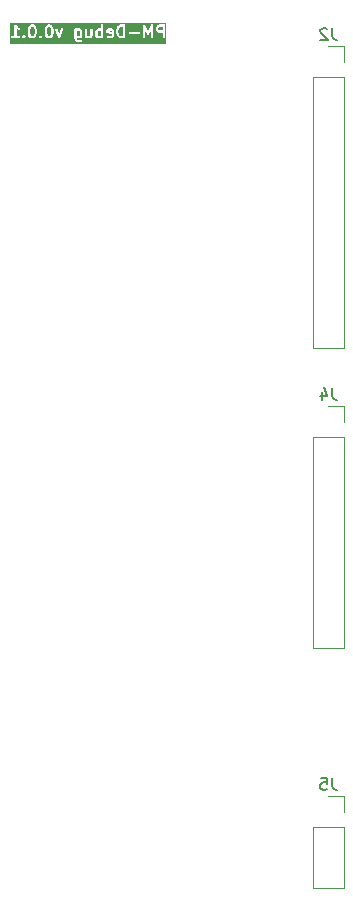
<source format=gbr>
%TF.GenerationSoftware,KiCad,Pcbnew,8.0.3-8.0.3-0~ubuntu22.04.1*%
%TF.CreationDate,2024-10-22T15:42:30+03:00*%
%TF.ProjectId,PM-Debug_v0.0.1,504d2d44-6562-4756-975f-76302e302e31,rev?*%
%TF.SameCoordinates,Original*%
%TF.FileFunction,Legend,Bot*%
%TF.FilePolarity,Positive*%
%FSLAX46Y46*%
G04 Gerber Fmt 4.6, Leading zero omitted, Abs format (unit mm)*
G04 Created by KiCad (PCBNEW 8.0.3-8.0.3-0~ubuntu22.04.1) date 2024-10-22 15:42:30*
%MOMM*%
%LPD*%
G01*
G04 APERTURE LIST*
%ADD10C,0.200000*%
%ADD11C,0.150000*%
%ADD12C,0.120000*%
%ADD13R,1.700000X1.700000*%
%ADD14O,1.700000X1.700000*%
%ADD15C,1.000000*%
%ADD16C,1.700000*%
%ADD17C,2.500000*%
%ADD18C,2.400000*%
G04 APERTURE END LIST*
D10*
G36*
X108468119Y-53252786D02*
G01*
X108493896Y-53277448D01*
X108524893Y-53337148D01*
X108526394Y-53575569D01*
X108497526Y-53635576D01*
X108472864Y-53661354D01*
X108413044Y-53692413D01*
X108269715Y-53693724D01*
X108247987Y-53683271D01*
X108246948Y-53234755D01*
X108265048Y-53225357D01*
X108408378Y-53224046D01*
X108468119Y-53252786D01*
G37*
G36*
X104563357Y-52919453D02*
G01*
X104589134Y-52944115D01*
X104624210Y-53011670D01*
X104667662Y-53179131D01*
X104669254Y-53392622D01*
X104628855Y-53560555D01*
X104592764Y-53635576D01*
X104568102Y-53661354D01*
X104507962Y-53692579D01*
X104459498Y-53693391D01*
X104400448Y-53664983D01*
X104374674Y-53640324D01*
X104339597Y-53572764D01*
X104296145Y-53405305D01*
X104294553Y-53191815D01*
X104334952Y-53023881D01*
X104371043Y-52948860D01*
X104395705Y-52923083D01*
X104455844Y-52891858D01*
X104504309Y-52891046D01*
X104563357Y-52919453D01*
G37*
G36*
X105991928Y-52919453D02*
G01*
X106017705Y-52944115D01*
X106052781Y-53011670D01*
X106096233Y-53179131D01*
X106097825Y-53392622D01*
X106057426Y-53560555D01*
X106021335Y-53635576D01*
X105996673Y-53661354D01*
X105936533Y-53692579D01*
X105888069Y-53693391D01*
X105829019Y-53664983D01*
X105803245Y-53640324D01*
X105768168Y-53572764D01*
X105724716Y-53405305D01*
X105723124Y-53191815D01*
X105763523Y-53023881D01*
X105799614Y-52948860D01*
X105824276Y-52923083D01*
X105884415Y-52891858D01*
X105932880Y-52891046D01*
X105991928Y-52919453D01*
G37*
G36*
X110287499Y-53234619D02*
G01*
X110288344Y-53682986D01*
X110270187Y-53692413D01*
X110126858Y-53693724D01*
X110067115Y-53664983D01*
X110041341Y-53640324D01*
X110010343Y-53580620D01*
X110008842Y-53342200D01*
X110037710Y-53282193D01*
X110062372Y-53256416D01*
X110122191Y-53225357D01*
X110265521Y-53224046D01*
X110287499Y-53234619D01*
G37*
G36*
X111169180Y-53246424D02*
G01*
X111191529Y-53289468D01*
X111191759Y-53337442D01*
X110918734Y-53283916D01*
X110936110Y-53247799D01*
X110979334Y-53225357D01*
X111122664Y-53224046D01*
X111169180Y-53246424D01*
G37*
G36*
X112145506Y-53692952D02*
G01*
X112026393Y-53693840D01*
X111918548Y-53659240D01*
X111851409Y-53593752D01*
X111815788Y-53525145D01*
X111772309Y-53357580D01*
X111770903Y-53238773D01*
X111811143Y-53071500D01*
X111847065Y-52996830D01*
X111914372Y-52927824D01*
X112017556Y-52892130D01*
X112143995Y-52891187D01*
X112145506Y-53692952D01*
G37*
G36*
X115525560Y-53216503D02*
G01*
X115270121Y-53217729D01*
X115209972Y-53188792D01*
X115184199Y-53164134D01*
X115153080Y-53104199D01*
X115151946Y-53008353D01*
X115180567Y-52948860D01*
X115205229Y-52923083D01*
X115264868Y-52892117D01*
X115524946Y-52890870D01*
X115525560Y-53216503D01*
G37*
G36*
X115835872Y-54336663D02*
G01*
X102558429Y-54336663D01*
X102558429Y-53772710D01*
X102669540Y-53772710D01*
X102669540Y-53811728D01*
X102684472Y-53847776D01*
X102712062Y-53875366D01*
X102748110Y-53890298D01*
X102767619Y-53892219D01*
X103358556Y-53890298D01*
X103394604Y-53875366D01*
X103422194Y-53847776D01*
X103437126Y-53811728D01*
X103437126Y-53772710D01*
X103422194Y-53736662D01*
X103410623Y-53725091D01*
X103621920Y-53725091D01*
X103621920Y-53764109D01*
X103627510Y-53777604D01*
X103636852Y-53800158D01*
X103636856Y-53800162D01*
X103649288Y-53815311D01*
X103712060Y-53875366D01*
X103718473Y-53878022D01*
X103748109Y-53890298D01*
X103787127Y-53890298D01*
X103823175Y-53875366D01*
X103838329Y-53862930D01*
X103898384Y-53800158D01*
X103905136Y-53783856D01*
X103913315Y-53764110D01*
X103913316Y-53725092D01*
X103898385Y-53689043D01*
X103885948Y-53673890D01*
X103823176Y-53613833D01*
X103802684Y-53605345D01*
X103798548Y-53603632D01*
X103787127Y-53598901D01*
X103748109Y-53598901D01*
X103737551Y-53603274D01*
X103712061Y-53613832D01*
X103712060Y-53613833D01*
X103696906Y-53626270D01*
X103636851Y-53689043D01*
X103627893Y-53710672D01*
X103621920Y-53725091D01*
X103410623Y-53725091D01*
X103394604Y-53709072D01*
X103358556Y-53694140D01*
X103339047Y-53692219D01*
X103153145Y-53692823D01*
X103151987Y-53078089D01*
X103174244Y-53099798D01*
X103182497Y-53109314D01*
X103186735Y-53111981D01*
X103188252Y-53113461D01*
X103190689Y-53114470D01*
X103199088Y-53119757D01*
X103312634Y-53174382D01*
X103351554Y-53177148D01*
X103363485Y-53173171D01*
X104096190Y-53173171D01*
X104097920Y-53405288D01*
X104096308Y-53416127D01*
X104098091Y-53428188D01*
X104098111Y-53430775D01*
X104098675Y-53432138D01*
X104099176Y-53435520D01*
X104146680Y-53618599D01*
X104147360Y-53628155D01*
X104152951Y-53642767D01*
X104153390Y-53644456D01*
X104153820Y-53645036D01*
X104154366Y-53646463D01*
X104203703Y-53741487D01*
X104208280Y-53752537D01*
X104211438Y-53756385D01*
X104212428Y-53758291D01*
X104214422Y-53760020D01*
X104220717Y-53767690D01*
X104270817Y-53815623D01*
X104277735Y-53823600D01*
X104281884Y-53826211D01*
X104283489Y-53827747D01*
X104285929Y-53828757D01*
X104294326Y-53834043D01*
X104377343Y-53873981D01*
X104378728Y-53875366D01*
X104389477Y-53879818D01*
X104407872Y-53888668D01*
X104411455Y-53888922D01*
X104414776Y-53890298D01*
X104434285Y-53892219D01*
X104515302Y-53890862D01*
X104517016Y-53891434D01*
X104528060Y-53890649D01*
X104549032Y-53890298D01*
X104552352Y-53888922D01*
X104555936Y-53888668D01*
X104574244Y-53881662D01*
X104669272Y-53832322D01*
X104680319Y-53827747D01*
X104684165Y-53824589D01*
X104686072Y-53823600D01*
X104687802Y-53821605D01*
X104695472Y-53815310D01*
X104743405Y-53765207D01*
X104751380Y-53758292D01*
X104753991Y-53754142D01*
X104755528Y-53752537D01*
X104756539Y-53750095D01*
X104761823Y-53741701D01*
X104769814Y-53725091D01*
X105050491Y-53725091D01*
X105050491Y-53764109D01*
X105056081Y-53777604D01*
X105065423Y-53800158D01*
X105065427Y-53800162D01*
X105077859Y-53815311D01*
X105140631Y-53875366D01*
X105147044Y-53878022D01*
X105176680Y-53890298D01*
X105215698Y-53890298D01*
X105251746Y-53875366D01*
X105266900Y-53862930D01*
X105326955Y-53800158D01*
X105333707Y-53783856D01*
X105341886Y-53764110D01*
X105341887Y-53725092D01*
X105326956Y-53689043D01*
X105314519Y-53673890D01*
X105251747Y-53613833D01*
X105231255Y-53605345D01*
X105227119Y-53603632D01*
X105215698Y-53598901D01*
X105176680Y-53598901D01*
X105166122Y-53603274D01*
X105140632Y-53613832D01*
X105140631Y-53613833D01*
X105125477Y-53626270D01*
X105065422Y-53689043D01*
X105056464Y-53710672D01*
X105050491Y-53725091D01*
X104769814Y-53725091D01*
X104805251Y-53651429D01*
X104810418Y-53644456D01*
X104815646Y-53629821D01*
X104816448Y-53628155D01*
X104816499Y-53627434D01*
X104817013Y-53625996D01*
X104861592Y-53440683D01*
X104865697Y-53430775D01*
X104866889Y-53418665D01*
X104867500Y-53416127D01*
X104867282Y-53414668D01*
X104867618Y-53411266D01*
X104865887Y-53179148D01*
X104866777Y-53173171D01*
X105524761Y-53173171D01*
X105526491Y-53405288D01*
X105524879Y-53416127D01*
X105526662Y-53428188D01*
X105526682Y-53430775D01*
X105527246Y-53432138D01*
X105527747Y-53435520D01*
X105575251Y-53618599D01*
X105575931Y-53628155D01*
X105581522Y-53642767D01*
X105581961Y-53644456D01*
X105582391Y-53645036D01*
X105582937Y-53646463D01*
X105632274Y-53741487D01*
X105636851Y-53752537D01*
X105640009Y-53756385D01*
X105640999Y-53758291D01*
X105642993Y-53760020D01*
X105649288Y-53767690D01*
X105699388Y-53815623D01*
X105706306Y-53823600D01*
X105710455Y-53826211D01*
X105712060Y-53827747D01*
X105714500Y-53828757D01*
X105722897Y-53834043D01*
X105805914Y-53873981D01*
X105807299Y-53875366D01*
X105818048Y-53879818D01*
X105836443Y-53888668D01*
X105840026Y-53888922D01*
X105843347Y-53890298D01*
X105862856Y-53892219D01*
X105943873Y-53890862D01*
X105945587Y-53891434D01*
X105956631Y-53890649D01*
X105977603Y-53890298D01*
X105980923Y-53888922D01*
X105984507Y-53888668D01*
X106002815Y-53881662D01*
X106097843Y-53832322D01*
X106108890Y-53827747D01*
X106112736Y-53824589D01*
X106114643Y-53823600D01*
X106116373Y-53821605D01*
X106124043Y-53815310D01*
X106171976Y-53765207D01*
X106179951Y-53758292D01*
X106182562Y-53754142D01*
X106184099Y-53752537D01*
X106185110Y-53750095D01*
X106190394Y-53741701D01*
X106233822Y-53651429D01*
X106238989Y-53644456D01*
X106244217Y-53629821D01*
X106245019Y-53628155D01*
X106245070Y-53627434D01*
X106245584Y-53625996D01*
X106290163Y-53440683D01*
X106294268Y-53430775D01*
X106295460Y-53418665D01*
X106296071Y-53416127D01*
X106295853Y-53414668D01*
X106296189Y-53411266D01*
X106294458Y-53179148D01*
X106296071Y-53168310D01*
X106294287Y-53156248D01*
X106294268Y-53153662D01*
X106293703Y-53152298D01*
X106293203Y-53148917D01*
X106290933Y-53140167D01*
X106430596Y-53140167D01*
X106435349Y-53159186D01*
X106670395Y-53811870D01*
X106670629Y-53816574D01*
X106676718Y-53829429D01*
X106681814Y-53843579D01*
X106685184Y-53847301D01*
X106687332Y-53851836D01*
X106698183Y-53861659D01*
X106708001Y-53872504D01*
X106712533Y-53874651D01*
X106716258Y-53878023D01*
X106730048Y-53882947D01*
X106743263Y-53889208D01*
X106748273Y-53889457D01*
X106753003Y-53891146D01*
X106767624Y-53890418D01*
X106782233Y-53891145D01*
X106786958Y-53889457D01*
X106791973Y-53889208D01*
X106805199Y-53882942D01*
X106818978Y-53878022D01*
X106822698Y-53874653D01*
X106827235Y-53872505D01*
X106837057Y-53861654D01*
X106847904Y-53851836D01*
X106850051Y-53847301D01*
X106853422Y-53843579D01*
X106861792Y-53825853D01*
X107104640Y-53140167D01*
X107103913Y-53125552D01*
X108048571Y-53125552D01*
X108050012Y-53747862D01*
X108049356Y-53757107D01*
X108050039Y-53759156D01*
X108050410Y-53919405D01*
X108049356Y-53922569D01*
X108050453Y-53938013D01*
X108050492Y-53954585D01*
X108051867Y-53957905D01*
X108052122Y-53961489D01*
X108059128Y-53979797D01*
X108108468Y-54074826D01*
X108113043Y-54085871D01*
X108116199Y-54089717D01*
X108117190Y-54091625D01*
X108119184Y-54093354D01*
X108125479Y-54101025D01*
X108175581Y-54148958D01*
X108182497Y-54156933D01*
X108186646Y-54159544D01*
X108188251Y-54161080D01*
X108190691Y-54162090D01*
X108199088Y-54167376D01*
X108282105Y-54207314D01*
X108283490Y-54208699D01*
X108294239Y-54213151D01*
X108312634Y-54222001D01*
X108316217Y-54222255D01*
X108319538Y-54223631D01*
X108339047Y-54225552D01*
X108467203Y-54224035D01*
X108469397Y-54224767D01*
X108482179Y-54223858D01*
X108501413Y-54223631D01*
X108504733Y-54222255D01*
X108508317Y-54222001D01*
X108526625Y-54214995D01*
X108638453Y-54156933D01*
X108664018Y-54127456D01*
X108676356Y-54090440D01*
X108673591Y-54051520D01*
X108656142Y-54016622D01*
X108626665Y-53991057D01*
X108589649Y-53978718D01*
X108550729Y-53981484D01*
X108532420Y-53988490D01*
X108460551Y-54025804D01*
X108364705Y-54026938D01*
X108305210Y-53998316D01*
X108279437Y-53973658D01*
X108248522Y-53914116D01*
X108248471Y-53892176D01*
X108419316Y-53890613D01*
X108421778Y-53891434D01*
X108435393Y-53890466D01*
X108453794Y-53890298D01*
X108457114Y-53888922D01*
X108460698Y-53888668D01*
X108479006Y-53881662D01*
X108574034Y-53832322D01*
X108585081Y-53827747D01*
X108588927Y-53824589D01*
X108590834Y-53823600D01*
X108592564Y-53821605D01*
X108600234Y-53815310D01*
X108648167Y-53765207D01*
X108656142Y-53758292D01*
X108658753Y-53754142D01*
X108660290Y-53752537D01*
X108661301Y-53750095D01*
X108666585Y-53741701D01*
X108706523Y-53658683D01*
X108707908Y-53657299D01*
X108712360Y-53646549D01*
X108721210Y-53628155D01*
X108721464Y-53624571D01*
X108722840Y-53621251D01*
X108724761Y-53601742D01*
X108723058Y-53331286D01*
X108723976Y-53328535D01*
X108722950Y-53314108D01*
X108722840Y-53296519D01*
X108721464Y-53293198D01*
X108721210Y-53289615D01*
X108714204Y-53271306D01*
X108664861Y-53176272D01*
X108660289Y-53165232D01*
X108657133Y-53161386D01*
X108656142Y-53159478D01*
X108654144Y-53157745D01*
X108647852Y-53150079D01*
X108622215Y-53125552D01*
X108953333Y-53125552D01*
X108955254Y-53811728D01*
X108970186Y-53847776D01*
X108997776Y-53875366D01*
X109033824Y-53890298D01*
X109072842Y-53890298D01*
X109108890Y-53875366D01*
X109119685Y-53864570D01*
X109139248Y-53873981D01*
X109140633Y-53875366D01*
X109151382Y-53879818D01*
X109169777Y-53888668D01*
X109173360Y-53888922D01*
X109176681Y-53890298D01*
X109196190Y-53892219D01*
X109324346Y-53890702D01*
X109326540Y-53891434D01*
X109339322Y-53890525D01*
X109358556Y-53890298D01*
X109361876Y-53888922D01*
X109365460Y-53888668D01*
X109383768Y-53881662D01*
X109474362Y-53834624D01*
X109483808Y-53831476D01*
X109488851Y-53827101D01*
X109495596Y-53823600D01*
X109503811Y-53814126D01*
X109513285Y-53805911D01*
X109519498Y-53796039D01*
X109521161Y-53794123D01*
X109521673Y-53792584D01*
X109523728Y-53789321D01*
X109563666Y-53706302D01*
X109565051Y-53704918D01*
X109569503Y-53694169D01*
X109578353Y-53675774D01*
X109578607Y-53672190D01*
X109579983Y-53668870D01*
X109581904Y-53649361D01*
X109580725Y-53316028D01*
X109810476Y-53316028D01*
X109812178Y-53586483D01*
X109811261Y-53589235D01*
X109812286Y-53603661D01*
X109812397Y-53621251D01*
X109813772Y-53624571D01*
X109814027Y-53628155D01*
X109821033Y-53646463D01*
X109870370Y-53741487D01*
X109874947Y-53752537D01*
X109878105Y-53756385D01*
X109879095Y-53758291D01*
X109881089Y-53760020D01*
X109887384Y-53767690D01*
X109937484Y-53815623D01*
X109944402Y-53823600D01*
X109948551Y-53826211D01*
X109950156Y-53827747D01*
X109952596Y-53828757D01*
X109960993Y-53834043D01*
X110044010Y-53873981D01*
X110045395Y-53875366D01*
X110056144Y-53879818D01*
X110074539Y-53888668D01*
X110078122Y-53888922D01*
X110081443Y-53890298D01*
X110100952Y-53892219D01*
X110276459Y-53890613D01*
X110278921Y-53891434D01*
X110292536Y-53890466D01*
X110310937Y-53890298D01*
X110314257Y-53888922D01*
X110317841Y-53888668D01*
X110336149Y-53881662D01*
X110340657Y-53879321D01*
X110367157Y-53890298D01*
X110406175Y-53890298D01*
X110442223Y-53875366D01*
X110469813Y-53847776D01*
X110484745Y-53811728D01*
X110486666Y-53792219D01*
X110485679Y-53268409D01*
X110715238Y-53268409D01*
X110716707Y-53356193D01*
X110715238Y-53363542D01*
X110716977Y-53372337D01*
X110717159Y-53383156D01*
X110720908Y-53392208D01*
X110722810Y-53401819D01*
X110728302Y-53410057D01*
X110732091Y-53419204D01*
X110739017Y-53426130D01*
X110744453Y-53434284D01*
X110752681Y-53439794D01*
X110759681Y-53446794D01*
X110768732Y-53450543D01*
X110776873Y-53455995D01*
X110795626Y-53461705D01*
X110795725Y-53461724D01*
X110795729Y-53461726D01*
X110795733Y-53461726D01*
X111192728Y-53539555D01*
X111193129Y-53623048D01*
X111170556Y-53669970D01*
X111127330Y-53692413D01*
X110984001Y-53693724D01*
X110889270Y-53648151D01*
X110850350Y-53645385D01*
X110813334Y-53657724D01*
X110783857Y-53683288D01*
X110766408Y-53718187D01*
X110763642Y-53757107D01*
X110775981Y-53794123D01*
X110801545Y-53823600D01*
X110818136Y-53834043D01*
X110901153Y-53873981D01*
X110902538Y-53875366D01*
X110913287Y-53879818D01*
X110931682Y-53888668D01*
X110935265Y-53888922D01*
X110938586Y-53890298D01*
X110958095Y-53892219D01*
X111133602Y-53890613D01*
X111136064Y-53891434D01*
X111149679Y-53890466D01*
X111168080Y-53890298D01*
X111171400Y-53888922D01*
X111174984Y-53888668D01*
X111193292Y-53881662D01*
X111283886Y-53834624D01*
X111293332Y-53831476D01*
X111298375Y-53827101D01*
X111305120Y-53823600D01*
X111313335Y-53814126D01*
X111322809Y-53805911D01*
X111329022Y-53796039D01*
X111330685Y-53794123D01*
X111331197Y-53792584D01*
X111333252Y-53789321D01*
X111373190Y-53706302D01*
X111374575Y-53704918D01*
X111379027Y-53694169D01*
X111387877Y-53675774D01*
X111388131Y-53672190D01*
X111389507Y-53668870D01*
X111391428Y-53649361D01*
X111390536Y-53463449D01*
X111391428Y-53458990D01*
X111390492Y-53454258D01*
X111389674Y-53283821D01*
X111390643Y-53280916D01*
X111389589Y-53266091D01*
X111389507Y-53248900D01*
X111388131Y-53245579D01*
X111387877Y-53241996D01*
X111380871Y-53223687D01*
X111379367Y-53220790D01*
X111572381Y-53220790D01*
X111574008Y-53358363D01*
X111572499Y-53368508D01*
X111574270Y-53380486D01*
X111574302Y-53383156D01*
X111574866Y-53384519D01*
X111575367Y-53387901D01*
X111622871Y-53570980D01*
X111623551Y-53580536D01*
X111629142Y-53595148D01*
X111629581Y-53596837D01*
X111630011Y-53597417D01*
X111630557Y-53598844D01*
X111679893Y-53693866D01*
X111684471Y-53704918D01*
X111687629Y-53708766D01*
X111688619Y-53710672D01*
X111690613Y-53712401D01*
X111696908Y-53720071D01*
X111782853Y-53803902D01*
X111783858Y-53805912D01*
X111793382Y-53814172D01*
X111807299Y-53827747D01*
X111810618Y-53829122D01*
X111813334Y-53831477D01*
X111831234Y-53839468D01*
X111974318Y-53885374D01*
X111986205Y-53890298D01*
X111991197Y-53890789D01*
X111993206Y-53891434D01*
X111995840Y-53891246D01*
X112005714Y-53892219D01*
X112263318Y-53890298D01*
X112299366Y-53875366D01*
X112326956Y-53847776D01*
X112341888Y-53811728D01*
X112343809Y-53792219D01*
X112343054Y-53391757D01*
X112621921Y-53391757D01*
X112621921Y-53430775D01*
X112636853Y-53466823D01*
X112664443Y-53494413D01*
X112700491Y-53509345D01*
X112720000Y-53511266D01*
X113501413Y-53509345D01*
X113537461Y-53494413D01*
X113565051Y-53466823D01*
X113579983Y-53430775D01*
X113579983Y-53391757D01*
X113565051Y-53355709D01*
X113537461Y-53328119D01*
X113501413Y-53313187D01*
X113481904Y-53311266D01*
X112700491Y-53313187D01*
X112664443Y-53328119D01*
X112636853Y-53355709D01*
X112621921Y-53391757D01*
X112343054Y-53391757D01*
X112341925Y-52792219D01*
X113858095Y-52792219D01*
X113860016Y-53811728D01*
X113874948Y-53847776D01*
X113902538Y-53875366D01*
X113938586Y-53890298D01*
X113977604Y-53890298D01*
X114013652Y-53875366D01*
X114041242Y-53847776D01*
X114056174Y-53811728D01*
X114058095Y-53792219D01*
X114057051Y-53238229D01*
X114200943Y-53544667D01*
X114205922Y-53558356D01*
X114208897Y-53561605D01*
X114210801Y-53565659D01*
X114222011Y-53575925D01*
X114232273Y-53587131D01*
X114236298Y-53589009D01*
X114239576Y-53592011D01*
X114253858Y-53597204D01*
X114267631Y-53603632D01*
X114272070Y-53603827D01*
X114276245Y-53605345D01*
X114291428Y-53604677D01*
X114306611Y-53605345D01*
X114310784Y-53603827D01*
X114315226Y-53603632D01*
X114329010Y-53597199D01*
X114343280Y-53592010D01*
X114346553Y-53589012D01*
X114350583Y-53587132D01*
X114360852Y-53575917D01*
X114372055Y-53565659D01*
X114375366Y-53560068D01*
X114376935Y-53558356D01*
X114377815Y-53555934D01*
X114382046Y-53548793D01*
X114525603Y-53239251D01*
X114526682Y-53811728D01*
X114541614Y-53847776D01*
X114569204Y-53875366D01*
X114605252Y-53890298D01*
X114644270Y-53890298D01*
X114680318Y-53875366D01*
X114707908Y-53847776D01*
X114722840Y-53811728D01*
X114724761Y-53792219D01*
X114723236Y-52982695D01*
X114953333Y-52982695D01*
X114954849Y-53110851D01*
X114954118Y-53113045D01*
X114955026Y-53125827D01*
X114955254Y-53145061D01*
X114956629Y-53148381D01*
X114956884Y-53151965D01*
X114963890Y-53170273D01*
X115013230Y-53265302D01*
X115017805Y-53276347D01*
X115020961Y-53280193D01*
X115021952Y-53282101D01*
X115023946Y-53283830D01*
X115030241Y-53291501D01*
X115080343Y-53339434D01*
X115087259Y-53347409D01*
X115091408Y-53350020D01*
X115093013Y-53351556D01*
X115095453Y-53352566D01*
X115103850Y-53357852D01*
X115186867Y-53397790D01*
X115188252Y-53399175D01*
X115199001Y-53403627D01*
X115217396Y-53412477D01*
X115220979Y-53412731D01*
X115224300Y-53414107D01*
X115243809Y-53416028D01*
X115525933Y-53414674D01*
X115526682Y-53811728D01*
X115541614Y-53847776D01*
X115569204Y-53875366D01*
X115605252Y-53890298D01*
X115644270Y-53890298D01*
X115680318Y-53875366D01*
X115707908Y-53847776D01*
X115722840Y-53811728D01*
X115724761Y-53792219D01*
X115722840Y-52772710D01*
X115707908Y-52736662D01*
X115680318Y-52709072D01*
X115644270Y-52694140D01*
X115624761Y-52692219D01*
X115259221Y-52693972D01*
X115256316Y-52693004D01*
X115241491Y-52694057D01*
X115224300Y-52694140D01*
X115220979Y-52695515D01*
X115217396Y-52695770D01*
X115199087Y-52702776D01*
X115104053Y-52752118D01*
X115093013Y-52756691D01*
X115089167Y-52759846D01*
X115087259Y-52760838D01*
X115085526Y-52762835D01*
X115077860Y-52769128D01*
X115029928Y-52819228D01*
X115021952Y-52826146D01*
X115019339Y-52830295D01*
X115017805Y-52831900D01*
X115016794Y-52834339D01*
X115011509Y-52842736D01*
X114971570Y-52925753D01*
X114970186Y-52927138D01*
X114965733Y-52937887D01*
X114956884Y-52956282D01*
X114956629Y-52959865D01*
X114955254Y-52963186D01*
X114953333Y-52982695D01*
X114723236Y-52982695D01*
X114722879Y-52793484D01*
X114723602Y-52777036D01*
X114722844Y-52774952D01*
X114722840Y-52772710D01*
X114716199Y-52756679D01*
X114710268Y-52740367D01*
X114708761Y-52738721D01*
X114707908Y-52736662D01*
X114695646Y-52724400D01*
X114683916Y-52711591D01*
X114681892Y-52710646D01*
X114680318Y-52709072D01*
X114664302Y-52702437D01*
X114648559Y-52695091D01*
X114646329Y-52694993D01*
X114644270Y-52694140D01*
X114626918Y-52694140D01*
X114609578Y-52693378D01*
X114607482Y-52694140D01*
X114605252Y-52694140D01*
X114589221Y-52700780D01*
X114572909Y-52706712D01*
X114571263Y-52708218D01*
X114569204Y-52709072D01*
X114556936Y-52721339D01*
X114544134Y-52733064D01*
X114542567Y-52735708D01*
X114541614Y-52736662D01*
X114540710Y-52738843D01*
X114534143Y-52749930D01*
X114291904Y-53272249D01*
X114047458Y-52751669D01*
X114041242Y-52736662D01*
X114039676Y-52735096D01*
X114038722Y-52733064D01*
X114025925Y-52721345D01*
X114013652Y-52709072D01*
X114011590Y-52708218D01*
X114009947Y-52706713D01*
X113993645Y-52700784D01*
X113977604Y-52694140D01*
X113975373Y-52694140D01*
X113973278Y-52693378D01*
X113955938Y-52694140D01*
X113938586Y-52694140D01*
X113936526Y-52694993D01*
X113934298Y-52695091D01*
X113918567Y-52702432D01*
X113902538Y-52709072D01*
X113900961Y-52710648D01*
X113898940Y-52711592D01*
X113887221Y-52724388D01*
X113874948Y-52736662D01*
X113874094Y-52738723D01*
X113872589Y-52740367D01*
X113866660Y-52756668D01*
X113860016Y-52772710D01*
X113859714Y-52775768D01*
X113859254Y-52777036D01*
X113859357Y-52779395D01*
X113858095Y-52792219D01*
X112341925Y-52792219D01*
X112341888Y-52772710D01*
X112326956Y-52736662D01*
X112299366Y-52709072D01*
X112263318Y-52694140D01*
X112243809Y-52692219D01*
X112007007Y-52693984D01*
X111993206Y-52693004D01*
X111988278Y-52694124D01*
X111986205Y-52694140D01*
X111983763Y-52695151D01*
X111974091Y-52697351D01*
X111845717Y-52741759D01*
X111843348Y-52741759D01*
X111831351Y-52746728D01*
X111813334Y-52752961D01*
X111810618Y-52755316D01*
X111807300Y-52756691D01*
X111792146Y-52769127D01*
X111698129Y-52865516D01*
X111688619Y-52873765D01*
X111685952Y-52878001D01*
X111684472Y-52879519D01*
X111683461Y-52881958D01*
X111678176Y-52890355D01*
X111634747Y-52980626D01*
X111629581Y-52987600D01*
X111624353Y-53002232D01*
X111623551Y-53003901D01*
X111623499Y-53004623D01*
X111622986Y-53006061D01*
X111578406Y-53191371D01*
X111574302Y-53201281D01*
X111573109Y-53213390D01*
X111572499Y-53215929D01*
X111572716Y-53217387D01*
X111572381Y-53220790D01*
X111379367Y-53220790D01*
X111333831Y-53133089D01*
X111330685Y-53123648D01*
X111326312Y-53118605D01*
X111322809Y-53111859D01*
X111313333Y-53103641D01*
X111305120Y-53094171D01*
X111295248Y-53087957D01*
X111293332Y-53086295D01*
X111291793Y-53085781D01*
X111288530Y-53083728D01*
X111205512Y-53043789D01*
X111204128Y-53042405D01*
X111193378Y-53037952D01*
X111174984Y-53029103D01*
X111171400Y-53028848D01*
X111168080Y-53027473D01*
X111148571Y-53025552D01*
X110973063Y-53027157D01*
X110970602Y-53026337D01*
X110956986Y-53027304D01*
X110938586Y-53027473D01*
X110935265Y-53028848D01*
X110931682Y-53029103D01*
X110913373Y-53036109D01*
X110822775Y-53083148D01*
X110813334Y-53086295D01*
X110808291Y-53090667D01*
X110801545Y-53094171D01*
X110793327Y-53103646D01*
X110783857Y-53111860D01*
X110777643Y-53121731D01*
X110775981Y-53123648D01*
X110775467Y-53125186D01*
X110773414Y-53128450D01*
X110733475Y-53211467D01*
X110732091Y-53212852D01*
X110727638Y-53223601D01*
X110718789Y-53241996D01*
X110718534Y-53245579D01*
X110717159Y-53248900D01*
X110715238Y-53268409D01*
X110485679Y-53268409D01*
X110485486Y-53166203D01*
X110485880Y-53160664D01*
X110485473Y-53159445D01*
X110484745Y-52772710D01*
X110469813Y-52736662D01*
X110442223Y-52709072D01*
X110406175Y-52694140D01*
X110367157Y-52694140D01*
X110331109Y-52709072D01*
X110303519Y-52736662D01*
X110288587Y-52772710D01*
X110286666Y-52792219D01*
X110287105Y-53025591D01*
X110115920Y-53027157D01*
X110113459Y-53026337D01*
X110099843Y-53027304D01*
X110081443Y-53027473D01*
X110078122Y-53028848D01*
X110074539Y-53029103D01*
X110056230Y-53036109D01*
X109961196Y-53085451D01*
X109950156Y-53090024D01*
X109946310Y-53093179D01*
X109944402Y-53094171D01*
X109942669Y-53096168D01*
X109935003Y-53102461D01*
X109887071Y-53152561D01*
X109879095Y-53159479D01*
X109876482Y-53163628D01*
X109874948Y-53165233D01*
X109873937Y-53167672D01*
X109868652Y-53176069D01*
X109828713Y-53259086D01*
X109827329Y-53260471D01*
X109822877Y-53271219D01*
X109814027Y-53289615D01*
X109813772Y-53293198D01*
X109812397Y-53296519D01*
X109810476Y-53316028D01*
X109580725Y-53316028D01*
X109579983Y-53106043D01*
X109565051Y-53069995D01*
X109537461Y-53042405D01*
X109501413Y-53027473D01*
X109462395Y-53027473D01*
X109426347Y-53042405D01*
X109398757Y-53069995D01*
X109383825Y-53106043D01*
X109381904Y-53125552D01*
X109383662Y-53622929D01*
X109361032Y-53669970D01*
X109317694Y-53692471D01*
X109221848Y-53693605D01*
X109162353Y-53664983D01*
X109152951Y-53655987D01*
X109151412Y-53106043D01*
X109136480Y-53069995D01*
X109108890Y-53042405D01*
X109072842Y-53027473D01*
X109033824Y-53027473D01*
X108997776Y-53042405D01*
X108970186Y-53069995D01*
X108955254Y-53106043D01*
X108953333Y-53125552D01*
X108622215Y-53125552D01*
X108597751Y-53102147D01*
X108590834Y-53094171D01*
X108586684Y-53091558D01*
X108585080Y-53090024D01*
X108582640Y-53089013D01*
X108574244Y-53083728D01*
X108491226Y-53043789D01*
X108489842Y-53042405D01*
X108479092Y-53037952D01*
X108460698Y-53029103D01*
X108457114Y-53028848D01*
X108453794Y-53027473D01*
X108434285Y-53025552D01*
X108258777Y-53027157D01*
X108256316Y-53026337D01*
X108242700Y-53027304D01*
X108224300Y-53027473D01*
X108220979Y-53028848D01*
X108217396Y-53029103D01*
X108199087Y-53036109D01*
X108194579Y-53038449D01*
X108168080Y-53027473D01*
X108129062Y-53027473D01*
X108093014Y-53042405D01*
X108065424Y-53069995D01*
X108050492Y-53106043D01*
X108048571Y-53125552D01*
X107103913Y-53125552D01*
X107102702Y-53101197D01*
X107085999Y-53065935D01*
X107057073Y-53039749D01*
X107020328Y-53026626D01*
X106981358Y-53028563D01*
X106946096Y-53045267D01*
X106919909Y-53074192D01*
X106911539Y-53091919D01*
X106767832Y-53497675D01*
X106615327Y-53074192D01*
X106589140Y-53045266D01*
X106553878Y-53028563D01*
X106514908Y-53026625D01*
X106478163Y-53039748D01*
X106449237Y-53065935D01*
X106432534Y-53101197D01*
X106430596Y-53140167D01*
X106290933Y-53140167D01*
X106245698Y-52965837D01*
X106245019Y-52956282D01*
X106239426Y-52941666D01*
X106238989Y-52939981D01*
X106238559Y-52939401D01*
X106238013Y-52937973D01*
X106188670Y-52842939D01*
X106184098Y-52831899D01*
X106180942Y-52828053D01*
X106179951Y-52826145D01*
X106177953Y-52824412D01*
X106171661Y-52816746D01*
X106121560Y-52768814D01*
X106114643Y-52760838D01*
X106110493Y-52758225D01*
X106108889Y-52756691D01*
X106106449Y-52755680D01*
X106098053Y-52750395D01*
X106015035Y-52710456D01*
X106013651Y-52709072D01*
X106002901Y-52704619D01*
X105984507Y-52695770D01*
X105980923Y-52695515D01*
X105977603Y-52694140D01*
X105958094Y-52692219D01*
X105877076Y-52693575D01*
X105875363Y-52693004D01*
X105864318Y-52693788D01*
X105843347Y-52694140D01*
X105840026Y-52695515D01*
X105836443Y-52695770D01*
X105818134Y-52702776D01*
X105723100Y-52752118D01*
X105712060Y-52756691D01*
X105708214Y-52759846D01*
X105706306Y-52760838D01*
X105704573Y-52762835D01*
X105696907Y-52769128D01*
X105648975Y-52819228D01*
X105640999Y-52826146D01*
X105638386Y-52830295D01*
X105636852Y-52831900D01*
X105635841Y-52834339D01*
X105630556Y-52842736D01*
X105587127Y-52933007D01*
X105581961Y-52939981D01*
X105576733Y-52954613D01*
X105575931Y-52956282D01*
X105575879Y-52957004D01*
X105575366Y-52958442D01*
X105530786Y-53143752D01*
X105526682Y-53153662D01*
X105525489Y-53165771D01*
X105524879Y-53168310D01*
X105525096Y-53169768D01*
X105524761Y-53173171D01*
X104866777Y-53173171D01*
X104867500Y-53168310D01*
X104865716Y-53156248D01*
X104865697Y-53153662D01*
X104865132Y-53152298D01*
X104864632Y-53148917D01*
X104817127Y-52965837D01*
X104816448Y-52956282D01*
X104810855Y-52941666D01*
X104810418Y-52939981D01*
X104809988Y-52939401D01*
X104809442Y-52937973D01*
X104760099Y-52842939D01*
X104755527Y-52831899D01*
X104752371Y-52828053D01*
X104751380Y-52826145D01*
X104749382Y-52824412D01*
X104743090Y-52816746D01*
X104692989Y-52768814D01*
X104686072Y-52760838D01*
X104681922Y-52758225D01*
X104680318Y-52756691D01*
X104677878Y-52755680D01*
X104669482Y-52750395D01*
X104586464Y-52710456D01*
X104585080Y-52709072D01*
X104574330Y-52704619D01*
X104555936Y-52695770D01*
X104552352Y-52695515D01*
X104549032Y-52694140D01*
X104529523Y-52692219D01*
X104448505Y-52693575D01*
X104446792Y-52693004D01*
X104435747Y-52693788D01*
X104414776Y-52694140D01*
X104411455Y-52695515D01*
X104407872Y-52695770D01*
X104389563Y-52702776D01*
X104294529Y-52752118D01*
X104283489Y-52756691D01*
X104279643Y-52759846D01*
X104277735Y-52760838D01*
X104276002Y-52762835D01*
X104268336Y-52769128D01*
X104220404Y-52819228D01*
X104212428Y-52826146D01*
X104209815Y-52830295D01*
X104208281Y-52831900D01*
X104207270Y-52834339D01*
X104201985Y-52842736D01*
X104158556Y-52933007D01*
X104153390Y-52939981D01*
X104148162Y-52954613D01*
X104147360Y-52956282D01*
X104147308Y-52957004D01*
X104146795Y-52958442D01*
X104102215Y-53143752D01*
X104098111Y-53153662D01*
X104096918Y-53165771D01*
X104096308Y-53168310D01*
X104096525Y-53169768D01*
X104096190Y-53173171D01*
X103363485Y-53173171D01*
X103388570Y-53164809D01*
X103418047Y-53139244D01*
X103435496Y-53104346D01*
X103438261Y-53065426D01*
X103425923Y-53028410D01*
X103400358Y-52998933D01*
X103383768Y-52988490D01*
X103305563Y-52950867D01*
X103230334Y-52877490D01*
X103139719Y-52744482D01*
X103136480Y-52736662D01*
X103129927Y-52730109D01*
X103124118Y-52721582D01*
X103115889Y-52716071D01*
X103108890Y-52709072D01*
X103099838Y-52705322D01*
X103091698Y-52699871D01*
X103081990Y-52697929D01*
X103072842Y-52694140D01*
X103063043Y-52694140D01*
X103053438Y-52692219D01*
X103043727Y-52694140D01*
X103033824Y-52694140D01*
X103024771Y-52697889D01*
X103015161Y-52699791D01*
X103006922Y-52705283D01*
X102997776Y-52709072D01*
X102990849Y-52715998D01*
X102982696Y-52721434D01*
X102977185Y-52729662D01*
X102970186Y-52736662D01*
X102966436Y-52745713D01*
X102960985Y-52753854D01*
X102959043Y-52763561D01*
X102955254Y-52772710D01*
X102953353Y-52792012D01*
X102953333Y-52792114D01*
X102953339Y-52792148D01*
X102953333Y-52792219D01*
X102955031Y-53693467D01*
X102748110Y-53694140D01*
X102712062Y-53709072D01*
X102684472Y-53736662D01*
X102669540Y-53772710D01*
X102558429Y-53772710D01*
X102558429Y-52581108D01*
X115835872Y-52581108D01*
X115835872Y-54336663D01*
G37*
D11*
X129873333Y-116504819D02*
X129873333Y-117219104D01*
X129873333Y-117219104D02*
X129920952Y-117361961D01*
X129920952Y-117361961D02*
X130016190Y-117457200D01*
X130016190Y-117457200D02*
X130159047Y-117504819D01*
X130159047Y-117504819D02*
X130254285Y-117504819D01*
X128920952Y-116504819D02*
X129397142Y-116504819D01*
X129397142Y-116504819D02*
X129444761Y-116981009D01*
X129444761Y-116981009D02*
X129397142Y-116933390D01*
X129397142Y-116933390D02*
X129301904Y-116885771D01*
X129301904Y-116885771D02*
X129063809Y-116885771D01*
X129063809Y-116885771D02*
X128968571Y-116933390D01*
X128968571Y-116933390D02*
X128920952Y-116981009D01*
X128920952Y-116981009D02*
X128873333Y-117076247D01*
X128873333Y-117076247D02*
X128873333Y-117314342D01*
X128873333Y-117314342D02*
X128920952Y-117409580D01*
X128920952Y-117409580D02*
X128968571Y-117457200D01*
X128968571Y-117457200D02*
X129063809Y-117504819D01*
X129063809Y-117504819D02*
X129301904Y-117504819D01*
X129301904Y-117504819D02*
X129397142Y-117457200D01*
X129397142Y-117457200D02*
X129444761Y-117409580D01*
X129873333Y-83484819D02*
X129873333Y-84199104D01*
X129873333Y-84199104D02*
X129920952Y-84341961D01*
X129920952Y-84341961D02*
X130016190Y-84437200D01*
X130016190Y-84437200D02*
X130159047Y-84484819D01*
X130159047Y-84484819D02*
X130254285Y-84484819D01*
X128968571Y-83818152D02*
X128968571Y-84484819D01*
X129206666Y-83437200D02*
X129444761Y-84151485D01*
X129444761Y-84151485D02*
X128825714Y-84151485D01*
X129873333Y-53004819D02*
X129873333Y-53719104D01*
X129873333Y-53719104D02*
X129920952Y-53861961D01*
X129920952Y-53861961D02*
X130016190Y-53957200D01*
X130016190Y-53957200D02*
X130159047Y-54004819D01*
X130159047Y-54004819D02*
X130254285Y-54004819D01*
X129444761Y-53100057D02*
X129397142Y-53052438D01*
X129397142Y-53052438D02*
X129301904Y-53004819D01*
X129301904Y-53004819D02*
X129063809Y-53004819D01*
X129063809Y-53004819D02*
X128968571Y-53052438D01*
X128968571Y-53052438D02*
X128920952Y-53100057D01*
X128920952Y-53100057D02*
X128873333Y-53195295D01*
X128873333Y-53195295D02*
X128873333Y-53290533D01*
X128873333Y-53290533D02*
X128920952Y-53433390D01*
X128920952Y-53433390D02*
X129492380Y-54004819D01*
X129492380Y-54004819D02*
X128873333Y-54004819D01*
D12*
%TO.C,J5*%
X129540000Y-118050000D02*
X130870000Y-118050000D01*
X130870000Y-118050000D02*
X130870000Y-119380000D01*
X130870000Y-125790000D02*
X130870000Y-120650000D01*
X128210000Y-120650000D02*
X130870000Y-120650000D01*
X128210000Y-125790000D02*
X130870000Y-125790000D01*
X128210000Y-125790000D02*
X128210000Y-120650000D01*
%TO.C,J4*%
X129540000Y-85030000D02*
X130870000Y-85030000D01*
X130870000Y-85030000D02*
X130870000Y-86360000D01*
X130870000Y-105470000D02*
X130870000Y-87630000D01*
X128210000Y-87630000D02*
X130870000Y-87630000D01*
X128210000Y-105470000D02*
X130870000Y-105470000D01*
X128210000Y-105470000D02*
X128210000Y-87630000D01*
%TO.C,J2*%
X129540000Y-54550000D02*
X130870000Y-54550000D01*
X130870000Y-54550000D02*
X130870000Y-55880000D01*
X130870000Y-80070000D02*
X130870000Y-57150000D01*
X128210000Y-57150000D02*
X130870000Y-57150000D01*
X128210000Y-80070000D02*
X130870000Y-80070000D01*
X128210000Y-80070000D02*
X128210000Y-57150000D01*
%TD*%
%LPC*%
D13*
%TO.C,J5*%
X129540000Y-119380000D03*
D14*
X129540000Y-121920000D03*
X129540000Y-124460000D03*
%TD*%
D13*
%TO.C,J4*%
X129540000Y-86360000D03*
D14*
X129540000Y-88900000D03*
X129540000Y-91440000D03*
X129540000Y-93980000D03*
X129540000Y-96520000D03*
X129540000Y-99060000D03*
X129540000Y-101600000D03*
X129540000Y-104140000D03*
%TD*%
D15*
%TO.C,J3*%
X102960000Y-83915000D03*
X102960000Y-111715000D03*
D16*
X105460000Y-109285000D03*
X107260000Y-108265000D03*
X105460000Y-107245000D03*
X107260000Y-106225000D03*
X105460000Y-105205000D03*
X107260000Y-104185000D03*
X105460000Y-103165000D03*
X107260000Y-102145000D03*
X105460000Y-93485000D03*
X107260000Y-92465000D03*
X105460000Y-91445000D03*
X107260000Y-90425000D03*
X105460000Y-89405000D03*
X107260000Y-88385000D03*
X105460000Y-87365000D03*
X107260000Y-86345000D03*
X112060000Y-112590000D03*
X112060000Y-110290000D03*
X112060000Y-101140000D03*
X112060000Y-98840000D03*
X112060000Y-96790000D03*
X112060000Y-94490000D03*
X112060000Y-85340000D03*
X112060000Y-83040000D03*
D17*
X106460000Y-81815000D03*
D18*
X106460000Y-113815000D03*
%TD*%
D13*
%TO.C,J2*%
X129540000Y-55880000D03*
D14*
X129540000Y-58420000D03*
X129540000Y-60960000D03*
X129540000Y-63500000D03*
X129540000Y-66040000D03*
X129540000Y-68580000D03*
X129540000Y-71120000D03*
X129540000Y-73660000D03*
X129540000Y-76200000D03*
X129540000Y-78740000D03*
%TD*%
%LPD*%
M02*

</source>
